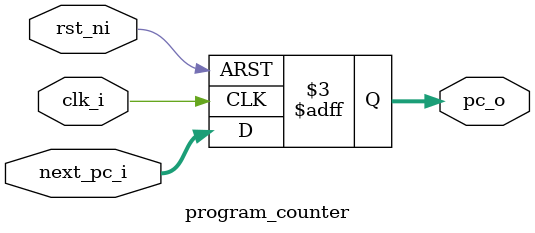
<source format=sv>
module program_counter (
    input  logic        clk_i,
    input  logic        rst_ni,
    input  logic [31:0] next_pc_i,
    output logic [31:0] pc_o
);
    always_ff @(posedge clk_i or negedge rst_ni) begin
        if (!rst_ni) begin
            pc_o <= 32'b0;
        end else begin
            pc_o <= next_pc_i;
        end
    end
endmodule
</source>
